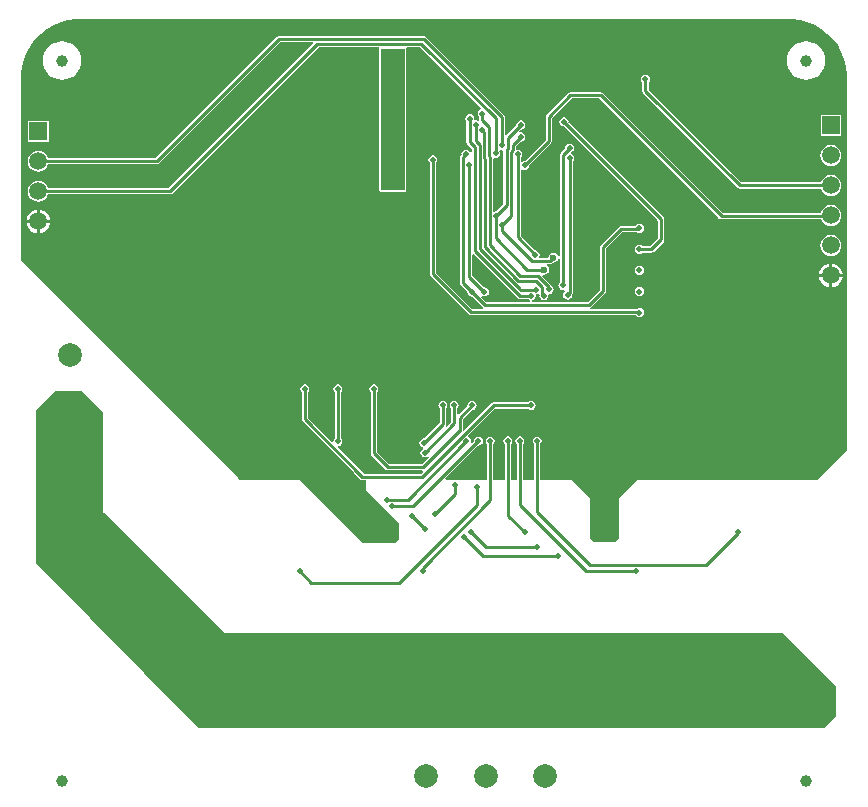
<source format=gbl>
G04*
G04 #@! TF.GenerationSoftware,Altium Limited,Altium Designer,18.1.9 (240)*
G04*
G04 Layer_Physical_Order=2*
G04 Layer_Color=16711680*
%FSLAX25Y25*%
%MOIN*%
G70*
G01*
G75*
%ADD49C,0.00787*%
%ADD50C,0.01000*%
%ADD56C,0.03937*%
%ADD57C,0.07874*%
%ADD58R,0.05906X0.05906*%
%ADD59C,0.05906*%
%ADD60C,0.01968*%
%ADD61C,0.02362*%
G36*
X366053Y357931D02*
X368546Y357263D01*
X370930Y356276D01*
X373165Y354986D01*
X375212Y353415D01*
X377037Y351590D01*
X378608Y349543D01*
X379898Y347308D01*
X380885Y344924D01*
X381553Y342431D01*
X381890Y339873D01*
X381890Y338583D01*
X381890Y338583D01*
X381890Y338583D01*
X381890Y214567D01*
X372047Y204724D01*
X311614Y204724D01*
X305709Y198819D01*
X305709Y185039D01*
X304528Y183858D01*
X297244Y183858D01*
X296063Y185039D01*
X296063Y198819D01*
X290158Y204724D01*
X279520D01*
Y216646D01*
X279570Y216680D01*
X279898Y217171D01*
X280013Y217750D01*
X279898Y218329D01*
X279570Y218820D01*
X279079Y219148D01*
X278500Y219263D01*
X277921Y219148D01*
X277430Y218820D01*
X277102Y218329D01*
X276987Y217750D01*
X277102Y217171D01*
X277430Y216680D01*
X277480Y216646D01*
Y204724D01*
X273694D01*
Y216594D01*
X273744Y216628D01*
X274072Y217119D01*
X274187Y217698D01*
X274072Y218277D01*
X273744Y218768D01*
X273253Y219096D01*
X272674Y219212D01*
X272095Y219096D01*
X271604Y218768D01*
X271276Y218277D01*
X271161Y217698D01*
X271276Y217119D01*
X271604Y216628D01*
X271655Y216594D01*
Y204724D01*
X269718D01*
Y216556D01*
X269769Y216589D01*
X270097Y217080D01*
X270212Y217659D01*
X270097Y218239D01*
X269769Y218729D01*
X269278Y219058D01*
X268699Y219173D01*
X268120Y219058D01*
X267629Y218729D01*
X267301Y218239D01*
X267185Y217659D01*
X267301Y217080D01*
X267629Y216589D01*
X267679Y216556D01*
Y204724D01*
X263851D01*
Y216476D01*
X263902Y216510D01*
X264230Y217001D01*
X264345Y217580D01*
X264230Y218159D01*
X263902Y218650D01*
X263411Y218978D01*
X262832Y219093D01*
X262252Y218978D01*
X261761Y218650D01*
X261434Y218159D01*
X261318Y217580D01*
X261434Y217001D01*
X261761Y216510D01*
X261812Y216476D01*
Y204724D01*
X248056D01*
X247865Y205186D01*
X258797Y216119D01*
X258856Y216107D01*
X259435Y216222D01*
X259926Y216550D01*
X260254Y217041D01*
X260370Y217620D01*
X260254Y218199D01*
X259926Y218690D01*
X259435Y219018D01*
X258856Y219133D01*
X258277Y219018D01*
X257786Y218690D01*
X257458Y218199D01*
X257343Y217620D01*
X257355Y217561D01*
X256776Y216982D01*
X256315Y217228D01*
X256393Y217620D01*
X256278Y218199D01*
X255950Y218690D01*
X255556Y218953D01*
X255397Y219501D01*
X264376Y228480D01*
X275396D01*
X275430Y228430D01*
X275921Y228102D01*
X276500Y227987D01*
X277079Y228102D01*
X277570Y228430D01*
X277898Y228921D01*
X278013Y229500D01*
X277898Y230079D01*
X277570Y230570D01*
X277079Y230898D01*
X276500Y231013D01*
X275921Y230898D01*
X275430Y230570D01*
X275396Y230520D01*
X263954D01*
X263563Y230442D01*
X263233Y230221D01*
X254120Y221108D01*
X253620Y221315D01*
Y224928D01*
X256690Y227998D01*
X256750Y227987D01*
X257329Y228102D01*
X257820Y228430D01*
X258148Y228921D01*
X258263Y229500D01*
X258148Y230079D01*
X257820Y230570D01*
X257329Y230898D01*
X256750Y231013D01*
X256171Y230898D01*
X255680Y230570D01*
X255352Y230079D01*
X255237Y229500D01*
X255248Y229440D01*
X252307Y226499D01*
X251807Y226706D01*
Y228424D01*
X251857Y228457D01*
X252186Y228948D01*
X252301Y229528D01*
X252186Y230107D01*
X251857Y230598D01*
X251366Y230926D01*
X250787Y231041D01*
X250208Y230926D01*
X249717Y230598D01*
X249389Y230107D01*
X249274Y229528D01*
X249389Y228948D01*
X249717Y228457D01*
X249768Y228424D01*
Y223960D01*
X248292Y222484D01*
X247904Y222803D01*
X247942Y222860D01*
X248020Y223250D01*
Y228396D01*
X248070Y228430D01*
X248398Y228921D01*
X248513Y229500D01*
X248398Y230079D01*
X248070Y230570D01*
X247579Y230898D01*
X247000Y231013D01*
X246421Y230898D01*
X245930Y230570D01*
X245602Y230079D01*
X245487Y229500D01*
X245602Y228921D01*
X245930Y228430D01*
X245980Y228396D01*
Y223672D01*
X240810Y218501D01*
X240750Y218513D01*
X240171Y218398D01*
X239680Y218070D01*
X239352Y217579D01*
X239237Y217000D01*
X239352Y216421D01*
X239680Y215930D01*
X240171Y215602D01*
X240246Y215587D01*
X240254Y215566D01*
X240299Y215067D01*
X239930Y214820D01*
X239602Y214329D01*
X239487Y213750D01*
X239602Y213171D01*
X239930Y212680D01*
X240421Y212352D01*
X241000Y212237D01*
X241579Y212352D01*
X241952Y212601D01*
X242271Y212213D01*
X239925Y209866D01*
X229075D01*
X225020Y213922D01*
Y233896D01*
X225070Y233930D01*
X225398Y234421D01*
X225513Y235000D01*
X225398Y235579D01*
X225070Y236070D01*
X224579Y236398D01*
X224000Y236513D01*
X223421Y236398D01*
X222930Y236070D01*
X222602Y235579D01*
X222487Y235000D01*
X222602Y234421D01*
X222930Y233930D01*
X222980Y233896D01*
Y213500D01*
X223058Y213110D01*
X223279Y212779D01*
X227932Y208126D01*
X228263Y207905D01*
X228653Y207827D01*
X240132D01*
X240339Y207327D01*
X239781Y206770D01*
X220657D01*
X211910Y215516D01*
X211955Y215739D01*
X212107Y216026D01*
X212587Y216122D01*
X213078Y216450D01*
X213406Y216941D01*
X213521Y217520D01*
X213406Y218099D01*
X213078Y218590D01*
X213028Y218623D01*
Y233901D01*
X213070Y233930D01*
X213398Y234421D01*
X213513Y235000D01*
X213398Y235579D01*
X213070Y236070D01*
X212579Y236398D01*
X212000Y236513D01*
X211421Y236398D01*
X210930Y236070D01*
X210602Y235579D01*
X210487Y235000D01*
X210602Y234421D01*
X210930Y233930D01*
X210988Y233891D01*
Y218623D01*
X210938Y218590D01*
X210610Y218099D01*
X210514Y217619D01*
X210227Y217466D01*
X210004Y217422D01*
X202020Y225407D01*
Y233896D01*
X202070Y233930D01*
X202398Y234421D01*
X202513Y235000D01*
X202398Y235579D01*
X202070Y236070D01*
X201579Y236398D01*
X201000Y236513D01*
X200421Y236398D01*
X199930Y236070D01*
X199602Y235579D01*
X199487Y235000D01*
X199602Y234421D01*
X199930Y233930D01*
X199980Y233896D01*
Y224984D01*
X200058Y224594D01*
X200279Y224263D01*
X217456Y207087D01*
X219513Y205029D01*
X219844Y204808D01*
X220234Y204730D01*
X221260D01*
X221260Y201181D01*
X232283Y190157D01*
X232283Y184843D01*
X231102Y183661D01*
X220275Y183661D01*
X199213Y204724D01*
X179528D01*
X106299Y277953D01*
X106299Y338583D01*
X106299Y339873D01*
X106636Y342431D01*
X107304Y344924D01*
X108291Y347308D01*
X109581Y349542D01*
X111152Y351589D01*
X112977Y353414D01*
X115024Y354985D01*
X117259Y356275D01*
X119642Y357263D01*
X122135Y357930D01*
X124693Y358267D01*
X125983Y358267D01*
X125983Y358267D01*
X362205Y358268D01*
X363495Y358268D01*
X366053Y357931D01*
D02*
G37*
G36*
X133858Y227165D02*
X133858Y194094D01*
X174409Y153543D01*
X360276Y153543D01*
X377953Y135866D01*
X377953Y125984D01*
X374016Y122047D01*
X165436D01*
X111417Y176901D01*
Y227953D01*
X117716Y234252D01*
X126772Y234252D01*
X133858Y227165D01*
D02*
G37*
%LPC*%
G36*
X368110Y350925D02*
X366855Y350801D01*
X365647Y350435D01*
X364534Y349840D01*
X363559Y349040D01*
X362758Y348064D01*
X362164Y346951D01*
X361797Y345744D01*
X361674Y344488D01*
X361797Y343232D01*
X362164Y342025D01*
X362758Y340912D01*
X363559Y339937D01*
X364534Y339136D01*
X365647Y338542D01*
X366855Y338175D01*
X368110Y338052D01*
X369366Y338175D01*
X370573Y338542D01*
X371686Y339136D01*
X372661Y339937D01*
X373462Y340912D01*
X374057Y342025D01*
X374423Y343232D01*
X374547Y344488D01*
X374423Y345744D01*
X374057Y346951D01*
X373462Y348064D01*
X372661Y349040D01*
X371686Y349840D01*
X370573Y350435D01*
X369366Y350801D01*
X368110Y350925D01*
D02*
G37*
G36*
X120079D02*
X118823Y350801D01*
X117616Y350435D01*
X116503Y349840D01*
X115527Y349040D01*
X114727Y348064D01*
X114132Y346951D01*
X113766Y345744D01*
X113642Y344488D01*
X113766Y343232D01*
X114132Y342025D01*
X114727Y340912D01*
X115527Y339937D01*
X116503Y339136D01*
X117616Y338542D01*
X118823Y338175D01*
X120079Y338052D01*
X121334Y338175D01*
X122542Y338542D01*
X123655Y339136D01*
X124630Y339937D01*
X125431Y340912D01*
X126025Y342025D01*
X126392Y343232D01*
X126515Y344488D01*
X126392Y345744D01*
X126025Y346951D01*
X125431Y348064D01*
X124630Y349040D01*
X123655Y349840D01*
X122542Y350435D01*
X121334Y350801D01*
X120079Y350925D01*
D02*
G37*
G36*
X379831Y326287D02*
X372925D01*
Y319382D01*
X379831D01*
Y326287D01*
D02*
G37*
G36*
X115657Y324319D02*
X108752D01*
Y317413D01*
X115657D01*
Y324319D01*
D02*
G37*
G36*
X376378Y316317D02*
X375477Y316198D01*
X374637Y315851D01*
X373915Y315297D01*
X373362Y314576D01*
X373014Y313736D01*
X372895Y312835D01*
X373014Y311933D01*
X373362Y311093D01*
X373915Y310372D01*
X374637Y309819D01*
X375477Y309471D01*
X376378Y309352D01*
X377279Y309471D01*
X378119Y309819D01*
X378840Y310372D01*
X379394Y311093D01*
X379742Y311933D01*
X379860Y312835D01*
X379742Y313736D01*
X379394Y314576D01*
X378840Y315297D01*
X378119Y315851D01*
X377279Y316198D01*
X376378Y316317D01*
D02*
G37*
G36*
X314567Y339702D02*
X313988Y339587D01*
X313497Y339259D01*
X313169Y338768D01*
X313054Y338189D01*
X313169Y337610D01*
X313497Y337119D01*
X313547Y337085D01*
Y334252D01*
X313625Y333862D01*
X313846Y333531D01*
X345263Y302114D01*
X345594Y301893D01*
X345984Y301815D01*
X373063D01*
X373362Y301093D01*
X373915Y300372D01*
X374637Y299819D01*
X375477Y299471D01*
X376378Y299352D01*
X377279Y299471D01*
X378119Y299819D01*
X378840Y300372D01*
X379394Y301093D01*
X379742Y301933D01*
X379860Y302835D01*
X379742Y303736D01*
X379394Y304576D01*
X378840Y305297D01*
X378119Y305851D01*
X377279Y306199D01*
X376378Y306317D01*
X375477Y306199D01*
X374637Y305851D01*
X373915Y305297D01*
X373362Y304576D01*
X373063Y303854D01*
X346407D01*
X315586Y334674D01*
Y337085D01*
X315637Y337119D01*
X315965Y337610D01*
X316080Y338189D01*
X315965Y338768D01*
X315637Y339259D01*
X315146Y339587D01*
X314567Y339702D01*
D02*
G37*
G36*
X112705Y294787D02*
Y291366D01*
X116126D01*
X116056Y291898D01*
X115657Y292860D01*
X115024Y293685D01*
X114198Y294319D01*
X113237Y294717D01*
X112705Y294787D01*
D02*
G37*
G36*
X111705D02*
X111173Y294717D01*
X110211Y294319D01*
X109386Y293685D01*
X108752Y292860D01*
X108354Y291898D01*
X108284Y291366D01*
X111705D01*
Y294787D01*
D02*
G37*
G36*
X240644Y352694D02*
X192384D01*
X191993Y352617D01*
X191663Y352396D01*
X151153Y311886D01*
X115520D01*
X115221Y312607D01*
X114667Y313329D01*
X113946Y313882D01*
X113106Y314230D01*
X112205Y314349D01*
X111303Y314230D01*
X110463Y313882D01*
X109742Y313329D01*
X109189Y312607D01*
X108841Y311768D01*
X108722Y310866D01*
X108841Y309965D01*
X109189Y309125D01*
X109742Y308404D01*
X110463Y307850D01*
X111303Y307502D01*
X112205Y307384D01*
X113106Y307502D01*
X113946Y307850D01*
X114667Y308404D01*
X115221Y309125D01*
X115520Y309846D01*
X151575D01*
X151965Y309924D01*
X152296Y310145D01*
X192806Y350655D01*
X203678D01*
X203870Y350193D01*
X155562Y301886D01*
X115520D01*
X115221Y302607D01*
X114667Y303329D01*
X113946Y303882D01*
X113106Y304230D01*
X112205Y304349D01*
X111303Y304230D01*
X110463Y303882D01*
X109742Y303329D01*
X109189Y302607D01*
X108841Y301767D01*
X108722Y300866D01*
X108841Y299965D01*
X109189Y299125D01*
X109742Y298404D01*
X110463Y297850D01*
X111303Y297502D01*
X112205Y297384D01*
X113106Y297502D01*
X113946Y297850D01*
X114667Y298404D01*
X115221Y299125D01*
X115520Y299847D01*
X155984D01*
X156374Y299924D01*
X156705Y300145D01*
X205615Y349055D01*
X225589D01*
X225891Y348555D01*
X225837Y348425D01*
Y301181D01*
X225995Y300798D01*
X226378Y300640D01*
X234252D01*
X234635Y300798D01*
X234793Y301181D01*
Y348425D01*
X234739Y348555D01*
X235041Y349055D01*
X239418D01*
X259724Y328748D01*
X259560Y328206D01*
X259521Y328198D01*
X259030Y327870D01*
X258702Y327379D01*
X258587Y326800D01*
X258702Y326221D01*
X259030Y325730D01*
X259080Y325696D01*
Y324731D01*
X258970Y324621D01*
X258919Y324582D01*
X258630Y324408D01*
X258100Y324513D01*
X257898Y324473D01*
X257473Y324899D01*
X257513Y325100D01*
X257398Y325679D01*
X257070Y326170D01*
X256579Y326498D01*
X256000Y326613D01*
X255421Y326498D01*
X254930Y326170D01*
X254602Y325679D01*
X254487Y325100D01*
X254602Y324521D01*
X254896Y324080D01*
Y317321D01*
X254974Y316931D01*
X255195Y316601D01*
X256646Y315149D01*
Y313888D01*
X256148Y313829D01*
X255820Y314320D01*
X255329Y314648D01*
X254750Y314763D01*
X254171Y314648D01*
X253680Y314320D01*
X253352Y313829D01*
X253237Y313250D01*
X253249Y313190D01*
X252945Y312887D01*
X252724Y312556D01*
X252646Y312166D01*
Y270334D01*
X252724Y269944D01*
X252945Y269613D01*
X255248Y267310D01*
X255237Y267250D01*
X255352Y266671D01*
X255680Y266180D01*
X256171Y265852D01*
X256750Y265737D01*
X256810Y265749D01*
X260287Y262271D01*
X260469Y262150D01*
X260317Y261649D01*
X256721D01*
X244720Y273651D01*
Y310314D01*
X244771Y310347D01*
X245099Y310838D01*
X245214Y311417D01*
X245099Y311997D01*
X244771Y312487D01*
X244280Y312815D01*
X243701Y312931D01*
X243122Y312815D01*
X242631Y312487D01*
X242303Y311997D01*
X242188Y311417D01*
X242303Y310838D01*
X242631Y310347D01*
X242681Y310314D01*
Y273228D01*
X242759Y272838D01*
X242980Y272507D01*
X255578Y259909D01*
X255909Y259688D01*
X256299Y259610D01*
X311301D01*
X311448Y259390D01*
X311939Y259063D01*
X312518Y258947D01*
X313097Y259063D01*
X313588Y259390D01*
X313916Y259881D01*
X314031Y260461D01*
X313916Y261040D01*
X313588Y261531D01*
X313097Y261859D01*
X312518Y261974D01*
X311939Y261859D01*
X311625Y261649D01*
X296360D01*
X296208Y262150D01*
X296390Y262271D01*
X301115Y266996D01*
X301336Y267326D01*
X301413Y267717D01*
Y281861D01*
X306918Y287366D01*
X311543D01*
X311939Y287102D01*
X312518Y286987D01*
X313097Y287102D01*
X313588Y287430D01*
X313916Y287921D01*
X314031Y288500D01*
X313916Y289079D01*
X313588Y289570D01*
X313097Y289898D01*
X312518Y290013D01*
X311939Y289898D01*
X311448Y289570D01*
X311338Y289405D01*
X306496D01*
X306106Y289328D01*
X305775Y289107D01*
X299673Y283004D01*
X299452Y282674D01*
X299374Y282283D01*
Y268139D01*
X295247Y264012D01*
X276827D01*
X276797Y264036D01*
X276877Y264562D01*
X277079Y264602D01*
X277570Y264930D01*
X277898Y265421D01*
X278013Y266000D01*
X277994Y266098D01*
X278100Y266587D01*
X278679Y266702D01*
X278715Y266726D01*
X278981Y266640D01*
X279234Y266471D01*
X279247Y266403D01*
X279187Y266100D01*
X279302Y265521D01*
X279630Y265030D01*
X280121Y264702D01*
X280700Y264587D01*
X281279Y264702D01*
X281770Y265030D01*
X282098Y265521D01*
X282213Y266100D01*
X282190Y266219D01*
X282400Y266687D01*
X282979Y266802D01*
X283470Y267130D01*
X283798Y267621D01*
X283913Y268200D01*
X283798Y268779D01*
X283470Y269270D01*
X283352Y269349D01*
X283342Y269401D01*
X283121Y269731D01*
X280166Y272687D01*
X280412Y273148D01*
X280708Y273089D01*
X281364Y273219D01*
X281920Y273591D01*
X282292Y274147D01*
X282422Y274803D01*
X282292Y275459D01*
X281920Y276015D01*
X281723Y276146D01*
X281875Y276646D01*
X282784D01*
X283174Y276724D01*
X283505Y276945D01*
X283631Y277071D01*
X283858Y277026D01*
X284514Y277157D01*
X285070Y277528D01*
X285442Y278084D01*
X285488Y278318D01*
X285988Y278269D01*
Y270609D01*
X285930Y270570D01*
X285602Y270079D01*
X285487Y269500D01*
X285602Y268921D01*
X285930Y268430D01*
X286421Y268102D01*
X287000Y267987D01*
X287353Y268057D01*
X287798Y267755D01*
X287843Y267683D01*
X287840Y267577D01*
X287530Y267370D01*
X287202Y266879D01*
X287087Y266300D01*
X287202Y265721D01*
X287530Y265230D01*
X288021Y264902D01*
X288600Y264787D01*
X289179Y264902D01*
X289670Y265230D01*
X289998Y265721D01*
X290113Y266300D01*
X290092Y266409D01*
X290192Y266560D01*
X290270Y266950D01*
Y310896D01*
X290320Y310930D01*
X290648Y311421D01*
X290763Y312000D01*
X290648Y312579D01*
X290320Y313070D01*
X289894Y313355D01*
X289859Y313625D01*
X289894Y313895D01*
X290320Y314180D01*
X290648Y314671D01*
X290763Y315250D01*
X290648Y315829D01*
X290320Y316320D01*
X289829Y316648D01*
X289250Y316763D01*
X288671Y316648D01*
X288180Y316320D01*
X287852Y315829D01*
X287737Y315250D01*
X287749Y315190D01*
X286287Y313729D01*
X286066Y313398D01*
X285988Y313008D01*
Y279212D01*
X285488Y279163D01*
X285442Y279396D01*
X285070Y279952D01*
X284514Y280324D01*
X283858Y280454D01*
X283202Y280324D01*
X282646Y279952D01*
X282275Y279396D01*
X282144Y278740D01*
X282099Y278685D01*
X279418D01*
X279137Y279096D01*
X279151Y279185D01*
X279263Y279750D01*
X279148Y280329D01*
X278820Y280820D01*
X278329Y281148D01*
X277750Y281263D01*
X277690Y281252D01*
X273020Y285922D01*
Y307936D01*
X273520Y308203D01*
X273671Y308102D01*
X274250Y307987D01*
X274829Y308102D01*
X275320Y308430D01*
X275648Y308921D01*
X275763Y309500D01*
X275751Y309560D01*
X283004Y316812D01*
X283225Y317143D01*
X283303Y317533D01*
Y325168D01*
X289989Y331854D01*
X299184D01*
X339240Y291799D01*
X339570Y291578D01*
X339961Y291500D01*
X373194D01*
X373362Y291093D01*
X373915Y290372D01*
X374637Y289819D01*
X375477Y289471D01*
X376378Y289352D01*
X377279Y289471D01*
X378119Y289819D01*
X378840Y290372D01*
X379394Y291093D01*
X379742Y291933D01*
X379860Y292835D01*
X379742Y293736D01*
X379394Y294576D01*
X378840Y295297D01*
X378119Y295851D01*
X377279Y296199D01*
X376378Y296317D01*
X375477Y296199D01*
X374637Y295851D01*
X373915Y295297D01*
X373362Y294576D01*
X373014Y293736D01*
X372988Y293539D01*
X340383D01*
X300327Y333595D01*
X299996Y333816D01*
X299606Y333894D01*
X289567D01*
X289177Y333816D01*
X288846Y333595D01*
X281562Y326311D01*
X281342Y325981D01*
X281264Y325590D01*
Y317956D01*
X274310Y311001D01*
X274250Y311013D01*
X273671Y310898D01*
X273520Y310797D01*
X273020Y311064D01*
Y312096D01*
X273070Y312130D01*
X273398Y312621D01*
X273513Y313200D01*
X273398Y313779D01*
X273070Y314270D01*
X272579Y314598D01*
X272000Y314713D01*
X271904Y314694D01*
X271404Y315105D01*
Y315962D01*
X272940Y317498D01*
X273000Y317487D01*
X273579Y317602D01*
X274070Y317930D01*
X274398Y318421D01*
X274513Y319000D01*
X274398Y319579D01*
X274070Y320070D01*
X273579Y320398D01*
X273000Y320513D01*
X272579Y320429D01*
X272332Y320890D01*
X272940Y321498D01*
X273000Y321487D01*
X273579Y321602D01*
X274070Y321930D01*
X274398Y322421D01*
X274513Y323000D01*
X274398Y323579D01*
X274070Y324070D01*
X273579Y324398D01*
X273000Y324513D01*
X272421Y324398D01*
X271930Y324070D01*
X271602Y323579D01*
X271487Y323000D01*
X271498Y322940D01*
X268220Y319661D01*
X267720Y319869D01*
Y325619D01*
X267642Y326009D01*
X267421Y326340D01*
X241365Y352396D01*
X241034Y352617D01*
X240644Y352694D01*
D02*
G37*
G36*
X116126Y290366D02*
X112705D01*
Y286945D01*
X113237Y287015D01*
X114198Y287413D01*
X115024Y288047D01*
X115657Y288873D01*
X116056Y289834D01*
X116126Y290366D01*
D02*
G37*
G36*
X111705D02*
X108284D01*
X108354Y289834D01*
X108752Y288873D01*
X109386Y288047D01*
X110211Y287413D01*
X111173Y287015D01*
X111705Y286945D01*
Y290366D01*
D02*
G37*
G36*
X287402Y325529D02*
X286822Y325414D01*
X286332Y325086D01*
X286003Y324595D01*
X285888Y324016D01*
X286003Y323437D01*
X286332Y322946D01*
X286822Y322618D01*
X287402Y322502D01*
X287461Y322514D01*
X318862Y291113D01*
Y285265D01*
X316113Y282516D01*
X313624D01*
X313588Y282570D01*
X313097Y282898D01*
X312518Y283013D01*
X311939Y282898D01*
X311448Y282570D01*
X311120Y282079D01*
X311004Y281500D01*
X311120Y280921D01*
X311448Y280430D01*
X311939Y280102D01*
X312518Y279987D01*
X313097Y280102D01*
X313588Y280430D01*
X313619Y280476D01*
X316535D01*
X316926Y280554D01*
X317256Y280775D01*
X320603Y284122D01*
X320824Y284452D01*
X320901Y284842D01*
Y291535D01*
X320824Y291926D01*
X320603Y292256D01*
X288903Y323956D01*
X288915Y324016D01*
X288800Y324595D01*
X288472Y325086D01*
X287981Y325414D01*
X287402Y325529D01*
D02*
G37*
G36*
X376378Y286317D02*
X375477Y286198D01*
X374637Y285851D01*
X373915Y285297D01*
X373362Y284576D01*
X373014Y283736D01*
X372895Y282835D01*
X373014Y281933D01*
X373362Y281093D01*
X373915Y280372D01*
X374637Y279819D01*
X375477Y279471D01*
X376378Y279352D01*
X377279Y279471D01*
X378119Y279819D01*
X378840Y280372D01*
X379394Y281093D01*
X379742Y281933D01*
X379860Y282835D01*
X379742Y283736D01*
X379394Y284576D01*
X378840Y285297D01*
X378119Y285851D01*
X377279Y286198D01*
X376378Y286317D01*
D02*
G37*
G36*
X376878Y276756D02*
Y273335D01*
X380299D01*
X380229Y273867D01*
X379831Y274828D01*
X379197Y275654D01*
X378371Y276287D01*
X377410Y276686D01*
X376878Y276756D01*
D02*
G37*
G36*
X375878Y276756D02*
X375346Y276686D01*
X374384Y276287D01*
X373559Y275654D01*
X372925Y274828D01*
X372527Y273867D01*
X372457Y273335D01*
X375878D01*
Y276756D01*
D02*
G37*
G36*
X312518Y276013D02*
X311939Y275898D01*
X311448Y275570D01*
X311120Y275079D01*
X311004Y274500D01*
X311120Y273921D01*
X311448Y273430D01*
X311939Y273102D01*
X312518Y272987D01*
X313097Y273102D01*
X313588Y273430D01*
X313916Y273921D01*
X314031Y274500D01*
X313916Y275079D01*
X313588Y275570D01*
X313097Y275898D01*
X312518Y276013D01*
D02*
G37*
G36*
X380299Y272335D02*
X376878D01*
Y268914D01*
X377410Y268984D01*
X378371Y269382D01*
X379197Y270016D01*
X379831Y270841D01*
X380229Y271803D01*
X380299Y272335D01*
D02*
G37*
G36*
X375878D02*
X372457D01*
X372527Y271803D01*
X372925Y270841D01*
X373559Y270016D01*
X374384Y269382D01*
X375346Y268984D01*
X375878Y268914D01*
Y272335D01*
D02*
G37*
G36*
X312518Y268974D02*
X311939Y268859D01*
X311448Y268531D01*
X311120Y268040D01*
X311004Y267461D01*
X311120Y266881D01*
X311448Y266390D01*
X311939Y266062D01*
X312518Y265947D01*
X313097Y266062D01*
X313588Y266390D01*
X313916Y266881D01*
X314031Y267461D01*
X313916Y268040D01*
X313588Y268531D01*
X313097Y268859D01*
X312518Y268974D01*
D02*
G37*
%LPD*%
G36*
X266121Y314802D02*
X266700Y314687D01*
X266844Y314715D01*
X267230Y314398D01*
Y296672D01*
X264810Y294251D01*
X264750Y294263D01*
X264171Y294148D01*
X264154Y294137D01*
X263654Y294404D01*
Y311791D01*
X264154Y312075D01*
X264600Y311987D01*
X265179Y312102D01*
X265670Y312430D01*
X265998Y312921D01*
X266113Y313500D01*
X265998Y314079D01*
X265753Y314447D01*
X266102Y314796D01*
X266120Y314803D01*
X266121Y314802D01*
D02*
G37*
G36*
X234252Y301181D02*
X226378D01*
Y348425D01*
X234252D01*
Y301181D01*
D02*
G37*
G36*
X272016Y265279D02*
X272347Y265058D01*
X272737Y264980D01*
X275396D01*
X275430Y264930D01*
X275921Y264602D01*
X276123Y264562D01*
X276203Y264036D01*
X276173Y264012D01*
X261430D01*
X259730Y265712D01*
X260049Y266100D01*
X260271Y265952D01*
X260850Y265837D01*
X261429Y265952D01*
X261920Y266280D01*
X262248Y266771D01*
X262363Y267350D01*
X262248Y267929D01*
X261920Y268420D01*
X261429Y268748D01*
X260850Y268863D01*
X260790Y268851D01*
X256770Y272872D01*
Y279819D01*
X257270Y280026D01*
X272016Y265279D01*
D02*
G37*
D49*
X242719Y234573D02*
D03*
Y239691D02*
D03*
Y244809D02*
D03*
Y249927D02*
D03*
X247837Y234573D02*
D03*
Y239691D02*
D03*
Y244809D02*
D03*
Y249927D02*
D03*
X252955Y234573D02*
D03*
Y239691D02*
D03*
Y244809D02*
D03*
Y249927D02*
D03*
X258073Y234573D02*
D03*
Y239691D02*
D03*
Y244809D02*
D03*
Y249927D02*
D03*
X263191Y234573D02*
D03*
Y239691D02*
D03*
Y244809D02*
D03*
Y249927D02*
D03*
X268309Y234573D02*
D03*
Y239691D02*
D03*
Y244809D02*
D03*
Y249927D02*
D03*
X288781Y234573D02*
D03*
Y239691D02*
D03*
Y244809D02*
D03*
Y249927D02*
D03*
X283663Y234573D02*
D03*
Y239691D02*
D03*
Y244809D02*
D03*
Y249927D02*
D03*
X273427Y234573D02*
D03*
Y239691D02*
D03*
Y244809D02*
D03*
Y249927D02*
D03*
X278545D02*
D03*
Y244809D02*
D03*
Y239691D02*
D03*
Y234573D02*
D03*
D50*
X312348Y260630D02*
X312518Y260461D01*
X256299Y260630D02*
X312348D01*
X312598Y281496D02*
X316535D01*
X319882Y284842D01*
Y291535D01*
X300394Y282283D02*
X306496Y288386D01*
X312402D01*
X287402Y324016D02*
X319882Y291535D01*
X300394Y267717D02*
Y282283D01*
X212008Y217520D02*
Y234992D01*
X212000Y235000D02*
X212008Y234992D01*
X220234Y205750D02*
X240204D01*
X201000Y224984D02*
X220234Y205750D01*
X201000Y224984D02*
Y235000D01*
X112205Y310630D02*
X112441Y310866D01*
X151575D01*
X112205Y300787D02*
X112284Y300866D01*
X155984D01*
X240204Y205750D02*
X263954Y229500D01*
X276500D01*
X235344Y198084D02*
X254880Y217620D01*
X237236Y196000D02*
X258856Y217620D01*
X345984Y302835D02*
X376378D01*
X314567Y334252D02*
X345984Y302835D01*
X314567Y334252D02*
Y338189D01*
X339961Y292520D02*
X375984D01*
X299606Y332874D02*
X339961Y292520D01*
X289567Y332874D02*
X299606D01*
X250787Y223537D02*
Y229528D01*
X241000Y213750D02*
X250787Y223537D01*
X252600Y221100D02*
Y225350D01*
X252500Y221000D02*
X252600Y221100D01*
Y225350D02*
X256750Y229500D01*
X266800Y287752D02*
X276887Y277666D01*
X282784D01*
X283858Y278740D01*
X266800Y287752D02*
Y289500D01*
X264716Y285284D02*
Y292716D01*
Y285284D02*
X275197Y274803D01*
X264716Y292716D02*
X264750Y292750D01*
X266800Y289500D02*
Y289550D01*
X269850Y292600D01*
Y314140D01*
X257916Y322816D02*
X258100Y323000D01*
X257916Y317584D02*
Y322816D01*
X257834Y280903D02*
Y310363D01*
Y280903D02*
X272737Y266000D01*
X259434Y281566D02*
Y311026D01*
Y281566D02*
X272750Y268250D01*
X272772Y272753D02*
X278657D01*
X282400Y269010D01*
Y268200D02*
Y269010D01*
X268784Y315337D02*
Y318784D01*
X273000Y323000D01*
X272000Y285500D02*
Y313200D01*
Y285500D02*
X277750Y279750D01*
X239840Y350075D02*
X264600Y325315D01*
Y313500D02*
Y325315D01*
X151575Y310866D02*
X192384Y351675D01*
X240644D01*
X266700Y325619D01*
Y316200D02*
Y325619D01*
X280234Y266566D02*
Y268913D01*
X277994Y271153D02*
X280234Y268913D01*
X272110Y271153D02*
X277994D01*
X260866Y311857D02*
Y320384D01*
X260000Y321250D02*
X260866Y320384D01*
X261034Y282228D02*
Y311689D01*
Y282228D02*
X272110Y271153D01*
X260100Y324706D02*
X262466Y322340D01*
Y312520D02*
Y322340D01*
X262634Y282891D02*
Y312351D01*
Y282891D02*
X272772Y272753D01*
X253666Y312166D02*
X254750Y313250D01*
X253666Y270334D02*
Y312166D01*
Y270334D02*
X256750Y267250D01*
X257916Y317584D02*
X259266Y316234D01*
X255916Y317321D02*
Y325016D01*
Y317321D02*
X257666Y315571D01*
X272737Y266000D02*
X276500D01*
X255916Y325016D02*
X256000Y325100D01*
X262466Y312520D02*
X262634Y312351D01*
X260866Y311857D02*
X261034Y311689D01*
X259266Y311195D02*
Y316234D01*
Y311195D02*
X259434Y311026D01*
X257666Y310532D02*
Y315571D01*
Y310532D02*
X257834Y310363D01*
X272900Y268100D02*
X278100D01*
X272750Y268250D02*
X272900Y268100D01*
X260100Y324706D02*
Y326800D01*
X205193Y350075D02*
X239840D01*
X270384Y316384D02*
X273000Y319000D01*
X270384Y314674D02*
Y316384D01*
X269850Y314140D02*
X270384Y314674D01*
X268250Y314802D02*
X268784Y315337D01*
X268250Y296250D02*
Y314802D01*
X280234Y266566D02*
X280700Y266100D01*
X255750Y272450D02*
X260850Y267350D01*
X255750Y272450D02*
Y309500D01*
X289250Y266950D02*
Y312000D01*
X288600Y266300D02*
X289250Y266950D01*
X244250Y193250D02*
X251100Y200100D01*
Y203100D01*
X228399Y198084D02*
X235344D01*
X228346Y198031D02*
X228399Y198084D01*
X230000Y196000D02*
X237236D01*
X272674Y196326D02*
Y217698D01*
X268699Y192801D02*
Y217659D01*
X278500Y193941D02*
Y217750D01*
X262832Y197832D02*
Y217580D01*
X258250Y196250D02*
Y202250D01*
X155984Y300866D02*
X205193Y350075D01*
X376378Y302756D02*
Y302835D01*
X282283Y325590D02*
X289567Y332874D01*
X295669Y262992D02*
X300394Y267717D01*
X261008Y262992D02*
X295669D01*
X256750Y267250D02*
X261008Y262992D01*
X275197Y274803D02*
X280708D01*
X287008Y313008D02*
X289250Y315250D01*
X287008Y269508D02*
Y313008D01*
X287000Y269500D02*
X287008Y269508D01*
X243701Y273228D02*
X256299Y260630D01*
X243701Y273228D02*
Y311417D01*
X282283Y317533D02*
Y325590D01*
X274250Y309500D02*
X282283Y317533D01*
X334646Y176378D02*
X345276Y187008D01*
X296063Y176378D02*
X334646D01*
X278500Y193941D02*
X296063Y176378D01*
X232472Y170472D02*
X258250Y196250D01*
X203028Y170472D02*
X232472D01*
X199250Y174250D02*
X203028Y170472D01*
X294750Y174250D02*
X311250D01*
X272674Y196326D02*
X294750Y174250D01*
X240250Y175250D02*
X262832Y197832D01*
X240250Y174250D02*
Y175250D01*
X224000Y213500D02*
Y235000D01*
Y213500D02*
X228653Y208847D01*
X240347D01*
X252500Y221000D01*
X254000Y185750D02*
X260500Y179250D01*
X285250D01*
X256250Y187250D02*
X261250Y182250D01*
X278250D01*
X236750Y192500D02*
X241000Y188250D01*
X264750Y292750D02*
X268250Y296250D01*
X247000Y223250D02*
Y229500D01*
X240750Y217000D02*
X247000Y223250D01*
X268699Y192801D02*
X274250Y187250D01*
D56*
X120079Y104331D02*
D03*
Y344488D02*
D03*
X368110D02*
D03*
Y104331D02*
D03*
D57*
X280935Y106000D02*
D03*
X261250D02*
D03*
X241565D02*
D03*
X122835Y246457D02*
D03*
Y226772D02*
D03*
D58*
X112205Y320866D02*
D03*
X376378Y322835D02*
D03*
D59*
X112205Y310866D02*
D03*
Y300866D02*
D03*
Y290866D02*
D03*
X376378Y272835D02*
D03*
Y282835D02*
D03*
Y292835D02*
D03*
Y302835D02*
D03*
Y312835D02*
D03*
D60*
X167520Y344094D02*
D03*
X177165Y284842D02*
D03*
X227417Y213356D02*
D03*
X231354Y236978D02*
D03*
X212008Y217520D02*
D03*
X254880Y217620D02*
D03*
X258856D02*
D03*
X250787Y229528D02*
D03*
X297638Y189567D02*
D03*
X304134D02*
D03*
X300984D02*
D03*
X297835Y185630D02*
D03*
X299410Y187598D02*
D03*
X302559D02*
D03*
X303937Y185630D02*
D03*
X300984D02*
D03*
X224803Y185433D02*
D03*
Y189370D02*
D03*
X230315D02*
D03*
X227559D02*
D03*
Y185433D02*
D03*
X230315D02*
D03*
X226181Y187402D02*
D03*
X228937D02*
D03*
X266800Y289500D02*
D03*
X287400Y327100D02*
D03*
X258100Y323000D02*
D03*
X278100Y268100D02*
D03*
X282400Y268200D02*
D03*
X260100Y326800D02*
D03*
X272000Y313200D02*
D03*
X266700Y316200D02*
D03*
X264600Y313500D02*
D03*
X260000Y321250D02*
D03*
X256000Y325100D02*
D03*
X241500Y274500D02*
D03*
X260850Y267350D02*
D03*
X280700Y266100D02*
D03*
X255750Y309500D02*
D03*
X288600Y266300D02*
D03*
X251100Y203100D02*
D03*
X230000Y196000D02*
D03*
X272674Y217698D02*
D03*
X268699Y217659D02*
D03*
X278500Y217750D02*
D03*
X262832Y217580D02*
D03*
X276500Y229500D02*
D03*
X228346Y198031D02*
D03*
X258250Y202250D02*
D03*
X227937Y344530D02*
D03*
Y346892D02*
D03*
X230299Y344530D02*
D03*
Y346892D02*
D03*
X232661Y344530D02*
D03*
Y346892D02*
D03*
X224000Y330750D02*
D03*
X314567Y338189D02*
D03*
X250394Y284252D02*
D03*
X277165Y285433D02*
D03*
X287402Y324016D02*
D03*
X294094Y274016D02*
D03*
X230299Y302797D02*
D03*
Y305159D02*
D03*
X232661D02*
D03*
X227937D02*
D03*
X232661Y302797D02*
D03*
X227953Y302756D02*
D03*
X243701Y311417D02*
D03*
X212000Y235000D02*
D03*
X201000D02*
D03*
X224000D02*
D03*
X241000Y213750D02*
D03*
X256750Y229500D02*
D03*
X221000Y293250D02*
D03*
X209000D02*
D03*
X197000Y293500D02*
D03*
X339768Y267461D02*
D03*
Y260461D02*
D03*
Y288250D02*
D03*
Y281250D02*
D03*
Y274250D02*
D03*
X257250Y354000D02*
D03*
X262500Y340500D02*
D03*
X283500Y340000D02*
D03*
X303250Y325000D02*
D03*
X244250Y193250D02*
D03*
X254000Y185750D02*
D03*
X256250Y187250D02*
D03*
X236750Y192500D02*
D03*
X241000Y188250D02*
D03*
X236750Y315000D02*
D03*
X224000Y305750D02*
D03*
X240750Y263750D02*
D03*
X254750Y313250D02*
D03*
X273000Y323000D02*
D03*
X264750Y292750D02*
D03*
X273000Y319000D02*
D03*
X277750Y279750D02*
D03*
X274250Y309500D02*
D03*
X289250Y312000D02*
D03*
Y315250D02*
D03*
X287000Y269500D02*
D03*
X312518Y267461D02*
D03*
X240750Y217000D02*
D03*
X247000Y229500D02*
D03*
X276500Y266000D02*
D03*
X312518Y260461D02*
D03*
Y274500D02*
D03*
Y281500D02*
D03*
Y288500D02*
D03*
X256750Y267250D02*
D03*
X285250Y179250D02*
D03*
X278250Y182250D02*
D03*
X274250Y187250D02*
D03*
X199250Y174250D02*
D03*
X311250D02*
D03*
X240250D02*
D03*
X345250Y187250D02*
D03*
D61*
X280708Y274803D02*
D03*
X283858Y278740D02*
D03*
X234000Y135000D02*
D03*
Y132000D02*
D03*
X231000Y135000D02*
D03*
Y138000D02*
D03*
X228000D02*
D03*
X225000Y141000D02*
D03*
Y144000D02*
D03*
Y138000D02*
D03*
Y135000D02*
D03*
X228000D02*
D03*
Y132000D02*
D03*
X225000D02*
D03*
X231000D02*
D03*
X228000Y141000D02*
D03*
X305000Y135000D02*
D03*
Y132000D02*
D03*
X302000Y135000D02*
D03*
Y138000D02*
D03*
X299000D02*
D03*
X296000Y141000D02*
D03*
Y144000D02*
D03*
Y138000D02*
D03*
Y135000D02*
D03*
X299000D02*
D03*
Y132000D02*
D03*
X296000D02*
D03*
X302000D02*
D03*
X299000Y141000D02*
D03*
X370000D02*
D03*
X373000Y132000D02*
D03*
X367000D02*
D03*
X370000D02*
D03*
Y135000D02*
D03*
X367000D02*
D03*
Y138000D02*
D03*
Y144000D02*
D03*
Y141000D02*
D03*
X370000Y138000D02*
D03*
X373000D02*
D03*
Y135000D02*
D03*
X376000Y132000D02*
D03*
Y135000D02*
D03*
M02*

</source>
